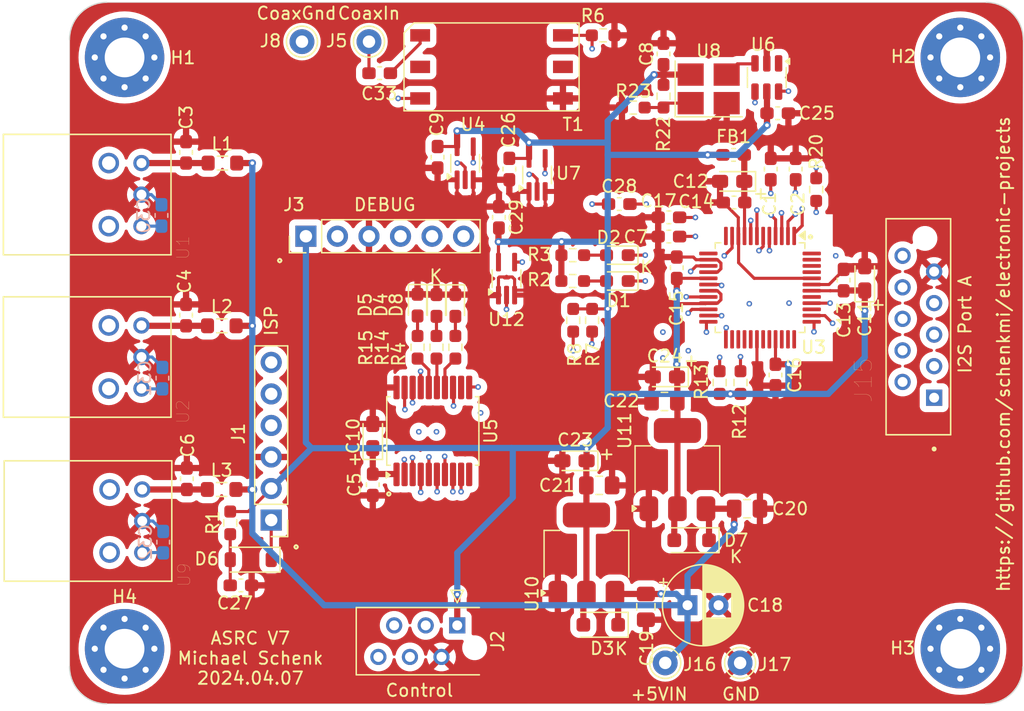
<source format=kicad_pcb>
(kicad_pcb (version 20240108) (generator "pcbnew") (generator_version "8.0")
  (layers (0 "F.Cu" mixed) (1 "In1.Cu" signal) (2 "In2.Cu" signal) (31 "B.Cu" mixed) (34 "B.Paste" user) (35 "F.Paste" user) (36 "B.SilkS" user "B.Silkscreen") (37 "F.SilkS" user "F.Silkscreen") (38 "B.Mask" user) (39 "F.Mask" user) (44 "Edge.Cuts" user))
  (net 0 "")
  (net 1 "Net-(U3A-RX2-)")
  (net 2 "GND")
  (net 3 "+3V3")
  (net 4 "Net-(U3A-RX1-)")
  (net 5 "Net-(U1-VCC)")
  (net 6 "Net-(U2-VCC)")
  (net 7 "Net-(U9-VCC)")
  (net 8 "SCL")
  (net 9 "SDA")
  (net 10 "+1V8")
  (net 11 "Net-(U3A-RX3-)")
  (net 12 "Net-(U3B-VCC)")
  (net 13 "Net-(U3A-RX4-)")
  (net 14 "RESET")
  (net 15 "Net-(D6-A)")
  (net 16 "Net-(U3A-RX4+)")
  (net 17 "BCKA")
  (net 18 "LRCKA")
  (net 19 "SDOUTA")
  (net 20 "MCLK1")
  (net 21 "MCLK3")
  (net 22 "Net-(U1-VOUT)")
  (net 23 "MCLK2")
  (net 24 "Net-(U2-VOUT)")
  (net 25 "Net-(U9-VOUT)")
  (net 26 "RC5")
  (net 27 "Net-(J5-Pin_1)")
  (net 28 "Net-(D1-K)")
  (net 29 "/RA4")
  (net 30 "/RA5")
  (net 31 "Net-(U5-RC1)")
  (net 32 "Net-(U5-RC0)")
  (net 33 "+5V")
  (net 34 "Net-(D1-A)")
  (net 35 "Net-(D2-K)")
  (net 37 "Net-(D2-A)")
  (net 38 "Net-(D4-A)")
  (net 39 "Net-(C28-Pad1)")
  (net 40 "Net-(D5-A)")
  (net 41 "Net-(C33-Pad2)")
  (net 42 "Net-(D6-K)")
  (net 43 "Net-(J1-Pin_5)")
  (net 44 "Net-(J1-Pin_4)")
  (net 46 "RC4{slash}SW")
  (net 47 "RC7{slash}CHB")
  (net 49 "RC6{slash}CHA")
  (net 50 "/RA2")
  (net 51 "Net-(J8-Pin_1)")
  (net 53 "Net-(D8-A)")
  (net 54 "Net-(U3A-CPM)")
  (net 55 "Net-(U3A-*INT)")
  (net 57 "Net-(U3A-MCLK)")
  (net 58 "Net-(U8-Standby)")
  (net 70 "Net-(U3A-RX1+)")
  (net 71 "Net-(U3A-RX2+)")
  (net 74 "Net-(U3A-RX3+)")
  (net 75 "Net-(U6-FIN)")
  (net 81 "Net-(U5-RC2)")
  (footprint "Capacitor_SMD:C_0603_1608Metric_Pad1.08x0.95mm_HandSolder" (layer "F.Cu") (at 165.7096 70.5877 -90)
    (property "Reference" "C1")
    (property "Value" "100nF")
  )
  (footprint "Capacitor_SMD:C_0603_1608Metric_Pad1.08x0.95mm_HandSolder" (layer "F.Cu") (at 118.618 69.2415 -90)
    (property "Reference" "C3")
    (property "Value" "100nF")
  )
  (footprint "Capacitor_SMD:C_0603_1608Metric_Pad1.08x0.95mm_HandSolder" (layer "F.Cu") (at 118.618 82.3479 -90)
    (property "Reference" "C4")
    (property "Value" "100nF")
  )
  (footprint "LED_SMD:LED_0603_1608Metric_Pad1.05x0.95mm_HandSolder" (layer "F.Cu") (at 153.3562 79.6036 180)
    (property "Reference" "D1")
    (property "Value" "LED")
  )
  (footprint "LED_SMD:LED_0603_1608Metric_Pad1.05x0.95mm_HandSolder" (layer "F.Cu") (at 153.3562 77.5208 180)
    (property "Reference" "D2")
    (property "Value" "LED")
  )
  (footprint "Resistor_SMD:R_0603_1608Metric_Pad0.98x0.95mm_HandSolder" (layer "F.Cu") (at 149.7565 79.6036)
    (property "Reference" "R2")
    (property "Value" "330R")
  )
  (footprint "Resistor_SMD:R_0603_1608Metric_Pad0.98x0.95mm_HandSolder" (layer "F.Cu") (at 149.7603 77.5208)
    (property "Reference" "R3")
    (property "Value" "330R")
  )
  (footprint "kicad-snk:PLR135-T10_PLT133-T10W" (layer "F.Cu") (at 112.395 85.725 90)
    (property "Reference" "U2")
    (property "Value" "PLR135-T10")
  )
  (footprint "Capacitor_SMD:C_0603_1608Metric_Pad1.08x0.95mm_HandSolder" (layer "F.Cu") (at 133.6548 96.0109 90)
    (property "Reference" "C5")
    (property "Value" "100nF")
  )
  (footprint "MountingHole:MountingHole_3.2mm_M3_Pad_Via" (layer "F.Cu") (at 113.665 61.595)
    (property "Reference" "H1")
    (property "Value" "MountingHole")
  )
  (footprint "Resistor_SMD:R_0603_1608Metric_Pad0.98x0.95mm_HandSolder" (layer "F.Cu") (at 151.3205 82.764 -90)
    (property "Reference" "R7")
    (property "Value" "4K99")
  )
  (footprint "Resistor_SMD:R_0603_1608Metric_Pad0.98x0.95mm_HandSolder" (layer "F.Cu") (at 149.7965 82.764 -90)
    (property "Reference" "R8")
    (property "Value" "4K99")
  )
  (footprint "Package_SO:SSOP-20_5.3x7.2mm_P0.65mm" (layer "F.Cu") (at 138.4935 91.6795 90)
    (property "Reference" "U5")
    (property "Value" "PIC16F18446-I/SS")
  )
  (footprint "Capacitor_Tantalum_SMD:CP_EIA-2012-12_Kemet-R_Pad1.30x1.05mm_HandSolder" (layer "F.Cu") (at 133.6548 92.0906 90)
    (property "Reference" "C10")
    (property "Value" "10uF")
  )
  (footprint "Capacitor_Tantalum_SMD:CP_EIA-2012-12_Kemet-R_Pad1.30x1.05mm_HandSolder" (layer "F.Cu") (at 173.2788 79.3906 90)
    (property "Reference" "C11")
    (property "Value" "10uF")
  )
  (footprint "Capacitor_Tantalum_SMD:CP_EIA-2012-12_Kemet-R_Pad1.30x1.05mm_HandSolder" (layer "F.Cu") (at 162.601 71.5772 180)
    (property "Reference" "C12")
    (property "Value" "10uF")
  )
  (footprint "Capacitor_SMD:C_0603_1608Metric_Pad1.08x0.95mm_HandSolder" (layer "F.Cu") (at 171.577 79.5285 -90)
    (property "Reference" "C13")
    (property "Value" "100nF")
  )
  (footprint "Capacitor_SMD:C_0603_1608Metric_Pad1.08x0.95mm_HandSolder" (layer "F.Cu") (at 158.1404 78.5357 -90)
    (property "Reference" "C15")
    (property "Value" "100nF")
  )
  (footprint "Connector_PinHeader_2.54mm:PinHeader_1x06_P2.54mm_Vertical" (layer "F.Cu") (at 125.476 98.8568 180)
    (property "Reference" "J1")
    (property "Value" "Conn_01x06_Male")
  )
  (footprint "Resistor_SMD:R_0603_1608Metric_Pad0.98x0.95mm_HandSolder" (layer "F.Cu") (at 163.2712 87.7805 -90)
    (property "Reference" "R12")
    (property "Value" "1k")
  )
  (footprint "Resistor_SMD:R_0603_1608Metric_Pad0.98x0.95mm_HandSolder" (layer "F.Cu") (at 161.5948 87.7805 -90)
    (property "Reference" "R13")
    (property "Value" "4k99")
  )
  (footprint "Crystal:Crystal_SMD_3225-4Pin_3.2x2.5mm_HandSoldering" (layer "F.Cu") (at 160.708 64.128)
    (property "Reference" "U8")
    (property "Value" "24.576MHz")
  )
  (footprint "Capacitor_SMD:C_0603_1608Metric_Pad1.08x0.95mm_HandSolder" (layer "F.Cu") (at 157.0736 61.3167 90)
    (property "Reference" "C8")
    (property "Value" "100nF")
  )
  (footprint "kicad-snk:TE_CONN_RCPT_10POS_0.1_TIN_PCB" (layer "F.Cu") (at 178.8668 89.0016 90)
    (property "Reference" "J15")
    (property "Value" "A")
  )
  (footprint "Resistor_SMD:R_0603_1608Metric_Pad0.98x0.95mm_HandSolder" (layer "F.Cu") (at 169.3672 72.2395 -90)
    (property "Reference" "R20")
    (property "Value" "33R")
  )
  (footprint "Resistor_SMD:R_0603_1608Metric_Pad0.98x0.95mm_HandSolder" (layer "F.Cu") (at 157.0736 64.7173 90)
    (property "Reference" "R22")
    (property "Value" "4K99")
  )
  (footprint "Resistor_SMD:R_0603_1608Metric_Pad0.98x0.95mm_HandSolder" (layer "F.Cu") (at 154.6371 65.6336)
    (property "Reference" "R23")
    (property "Value" "NC")
  )
  (footprint "Capacitor_THT:CP_Radial_D6.3mm_P2.50mm" (layer "F.Cu") (at 159.004 105.7148)
    (property "Reference" "C18")
    (property "Value" "220uF/10V")
  )
  (footprint "Capacitor_SMD:C_0805_2012Metric_Pad1.18x1.45mm_HandSolder" (layer "F.Cu") (at 155.6512 105.8457 -90)
    (property "Reference" "C19")
    (property "Value" "330nF")
  )
  (footprint "Capacitor_SMD:C_0805_2012Metric_Pad1.18x1.45mm_HandSolder" (layer "F.Cu") (at 163.8007 97.9424)
    (property "Reference" "C20")
    (property "Value" "330nF")
  )
  (footprint "Connector_Pin:Pin_D1.0mm_L10.0mm" (layer "F.Cu") (at 157.208996 110.361782)
    (property "Reference" "J16")
    (property "Value" "+5VIN")
  )
  (footprint "Package_TO_SOT_SMD:SOT-223-3_TabPin2" (layer "F.Cu") (at 158.1912 94.7924 90)
    (property "Reference" "U11")
    (property "Value" "TLV1117-18")
  )
  (footprint "Capacitor_SMD:C_0805_2012Metric_Pad1.18x1.45mm_HandSolder" (layer "F.Cu") (at 151.892 96.0628)
    (property "Reference" "C21")
    (property "Value" "100nF")
  )
  (footprint "Capacitor_SMD:C_0805_2012Metric_Pad1.18x1.45mm_HandSolder" (layer "F.Cu") (at 157.1459 89.3064 180)
    (property "Reference" "C22")
    (property "Value" "100nF")
  )
  (footprint "Capacitor_Tantalum_SMD:CP_EIA-2012-12_Kemet-R_Pad1.30x1.05mm_HandSolder" (layer "F.Cu") (at 149.901 94.0816 180)
    (property "Reference" "C23")
    (property "Value" "10uF")
  )
  (footprint "Capacitor_Tantalum_SMD:CP_EIA-2012-12_Kemet-R_Pad1.30x1.05mm_HandSolder" (layer "F.Cu") (at 157.185 87.3252 180)
    (property "Reference" "C24")
    (property "Value" "10uF/6.3V")
  )
  (footprint "Capacitor_SMD:C_0603_1608Metric_Pad1.08x0.95mm_HandSolder" (layer "F.Cu") (at 166.0906 87.1717 90)
    (property "Reference" "C16")
    (property "Value" "100nF")
  )
  (footprint "Package_QFP:TQFP-48_7x7mm_P0.5mm" (layer "F.Cu") (at 164.846 80.137 -90)
    (property "Reference" "U3")
    (property "Value" "SRC4382/SRC4392")
  )
  (footprint "Capacitor_SMD:C_0603_1608Metric_Pad1.08x0.95mm_HandSolder" (layer "F.Cu") (at 167.7162 70.5877 90)
    (property "Reference" "C2")
    (property "Value" "100nF")
  )
  (footprint "kicad-snk:PLR135-T10_PLT133-T10W" (layer "F.Cu") (at 112.395 72.644 90)
    (property "Reference" "U1")
    (property "Value" "PLR135-T10")
  )
  (footprint "MountingHole:MountingHole_3.2mm_M3_Pad_Via" (layer "F.Cu") (at 180.975 109.22)
    (property "Reference" "H3")
    (property "Value" "MountingHole")
  )
  (footprint "MountingHole:MountingHole_3.2mm_M3_Pad_Via" (layer "F.Cu") (at 180.975 61.595)
    (property "Reference" "H2")
    (property "Value" "MountingHole")
  )
  (footprint "Capacitor_SMD:C_0603_1608Metric_Pad1.08x0.95mm_HandSolder" (layer "F.Cu") (at 162.7505 73.279)
    (property "Reference" "C14")
    (property "Value" "100nF")
  )
  (footprint "Capacitor_SMD:C_0603_1608Metric_Pad1.08x0.95mm_HandSolder" (layer "F.Cu") (at 166.2684 66.0908 180)
    (property "Reference" "C25")
    (property "Value" "100nF")
  )
  (footprint "Package_TO_SOT_SMD:SOT-23-6" (layer "F.Cu") (at 165.3896 63.2128 -90)
    (property "Reference" "U6")
    (property "Value" "PL133-37TI-R")
  )
  (footprint "Capacitor_SMD:C_0603_1608Metric_Pad1.08x0.95mm_HandSolder" (layer "F.Cu") (at 138.8745 69.633 -90)
    (property "Reference" "C9")
    (property "Value" "100nF")
  )
  (footprint "Capacitor_SMD:C_0603_1608Metric_Pad1.08x0.95mm_HandSolder" (layer "F.Cu") (at 144.653 70.5855 -90)
    (property "Reference" "C26")
    (property "Value" "100nF")
  )
  (footprint "Package_TO_SOT_SMD:SOT-353_SC-70-5_Handsoldering" (layer "F.Cu") (at 141.097 70.1202 90)
    (property "Reference" "U4")
    (property "Value" "74LVC1G125")
  )
  (footprint "Package_TO_SOT_SMD:SOT-353_SC-70-5_Handsoldering" (layer "F.Cu") (at 146.8905 71.06 90)
    (property "Reference" "U7")
    (property "Value" "74LVC1G125")
  )
  (footprint "LED_SMD:LED_0603_1608Metric_Pad1.05x0.95mm_HandSolder" (layer "F.Cu") (at 138.7856 81.5734 -90)
    (property "Reference" "D4")
    (property "Value" "LED")
  )
  (footprint "LED_SMD:LED_0603_1608Metric_Pad1.05x0.95mm_HandSolder" (layer "F.Cu") (at 137.2616 81.5454 -90)
    (property "Reference" "D5")
    (property "Value" "LED")
  )
  (footprint "Resistor_SMD:R_0603_1608Metric_Pad0.98x0.95mm_HandSolder" (layer "F.Cu") (at 138.7856 84.9395 -90)
    (property "Reference" "R14")
    (property "Value" "330R")
  )
  (footprint "Resistor_SMD:R_0603_1608Metric_Pad0.98x0.95mm_HandSolder" (layer "F.Cu") (at 137.2616 84.9395 -90)
    (property "Reference" "R15")
    (property "Value" "330R")
  )
  (footprint "Capacitor_SMD:C_0603_1608Metric_Pad1.08x0.95mm_HandSolder" (layer "F.Cu") (at 162.7135 69.4436)
    (property "Reference" "FB1")
    (property "Value" "1k@100MHz")
  )
  (footprint "Inductor_SMD:L_0805_2012Metric_Pad1.05x1.20mm_HandSolder" (layer "F.Cu") (at 121.546 70.104)
    (property "Reference" "L1")
    (property "Value" "47uH")
  )
  (footprint "Inductor_SMD:L_0805_2012Metric_Pad1.05x1.20mm_HandSolder" (layer "F.Cu") (at 121.4952 83.2104)
    (property "Reference" "L2")
    (property "Value" "47uH")
  )
  (footprint "Capacitor_SMD:C_0603_1608Metric_Pad1.08x0.95mm_HandSolder" (layer "F.Cu") (at 123.0365 104.1146)
    (property "Reference" "C27")
    (property "Value" "10nF")
  )
  (footprint "Diode_SMD:D_SOD-123" (layer "F.Cu") (at 123.826 102.0445 180)
    (property "Reference" "D6")
    (property "Value" "1N4148W")
  )
  (footprint "Package_TO_SOT_SMD:SOT-223-3_TabPin2" (layer "F.Cu") (at 150.862 101.5996 90)
    (property "Reference" "U10")
    (property "Value" "TLV1117-33")
  )
  (footprint "Capacitor_SMD:C_0603_1608Metric_Pad1.08x0.95mm_HandSolder" (layer "F.Cu") (at 157.5043 76.0222)
    (property "Reference" "C7")
    (property "Value" "100nF")
  )
  (footprint "Capacitor_SMD:C_0603_1608Metric_Pad1.08x0.95mm_HandSolder" (layer "F.Cu") (at 157.5065 74.4728)
    (property "Reference" "C17")
    (property "Value" "100nF")
  )
  (footprint "Capacitor_SMD:C_0603_1608Metric_Pad1.08x0.95mm_HandSolder" (layer "F.Cu") (at 153.506 73.406)
    (property "Reference" "C28")
    (property "Value" "100nF")
  )
  (footprint "Connector_Pin:Pin_D1.0mm_L10.0mm" (layer "F.Cu") (at 133.35 60.325)
    (property "Reference" "J5")
    (property "Value" "COAXIN")
  )
  (footprint "Connector_Pin:Pin_D1.0mm_L10.0mm" (layer "F.Cu") (at 127.9525 60.325)
    (property "Reference" "J8")
    (property "Value" "COAXGND")
  )
  (footprint "Resistor_SMD:R_0603_1608Metric_Pad0.98x0.95mm_HandSolder" (layer "F.Cu") (at 152.2095 59.817 180)
    (property "Reference" "R6")
    (property "Value" "75R")
  )
  (footprint "Capacitor_SMD:C_0603_1608Metric_Pad1.08x0.95mm_HandSolder" (layer "F.Cu") (at 118.6815 95.5305 -90)
    (property "Reference" "C6")
    (property "Value" "100nF")
  )
  (footprint "Capacitor_SMD:C_0603_1608Metric_Pad1.08x0.95mm_HandSolder" (layer "F.Cu") (at 143.8148 74.4739 90)
    (property "Reference" "C29")
    (property "Value" "100nF")
  )
  (footprint "Inductor_SMD:L_0805_2012Metric_Pad1.05x1.20mm_HandSolder" (layer "F.Cu") (at 121.4825 96.393)
    (property "Reference" "L3")
    (property "Value" "47uH")
  )
  (footprint "kicad-snk:PLR135-T10_PLT133-T10W" (layer "F.Cu") (at 112.4585 98.933 90)
    (property "Reference" "U9")
    (property "Value" "PLR135-T10")
  )
  (footprint "Package_TO_SOT_SMD:SOT-353_SC-70-5_Handsoldering" (layer "F.Cu") (at 144.428001 79.4096 90)
    (property "Reference" "U12")
    (property "Value" "74LVC1G125")
  )
  (footprint "Resistor_SMD:R_0603_1608Metric_Pad0.98x0.95mm_HandSolder" (layer "F.Cu") (at 122.174 99.0835 -90)
    (property "Reference" "R1")
    (property "Value" "4k99")
  )
  (footprint "Connector_Pin:Pin_D1.0mm_L10.0mm" (layer "F.Cu") (at 163.241496 110.361782)
    (property "Reference" "J17")
    (property "Value" "GND")
  )
  (footprint "MountingHole:MountingHole_3.2mm_M3_Pad_Via" (layer "F.Cu") (at 113.665 109.22)
    (property "Reference" "H4")
    (property "Value" "MountingHole")
  )
  (footprint "kicad-snk:DA100J" (layer "F.Cu") (at 143.221 62.357 -90)
    (property "Reference" "T1")
    (property "Value" "Murata_DA103")
  )
  (footprint "Capacitor_SMD:C_0603_1608Metric_Pad1.08x0.95mm_HandSolder" (layer "F.Cu") (at 134.2125 62.865)
    (property "Reference" "C33")
    (property "Value" "100nF")
  )
  (footprint "LED_SMD:LED_0603_1608Metric_Pad1.05x0.95mm_HandSolder" (layer "F.Cu") (at 140.3096 81.5734 -90)
    (property "Reference" "D8")
    (property "Value" "LED")
  )
  (footprint "Diode_SMD:D_SOD-123F" (layer "F.Cu") (at 159.3372 100.4824 180)
    (property "Reference" "D7")
    (property "Value" "SM4002PL-TP")
  )
  (footprint "Connector_PinHeader_2.54mm:PinHeader_1x06_P2.54mm_Vertical" (layer "F.Cu") (at 128.27 75.9968 90)
    (property "Reference" "J3")
    (property "Value" "Conn_01x06_Male")
  )
  (footprint "Connector_TE-Connectivity:TE_Micro-MaTch_215079-6_2x03_P1.27mm_Vertical" (layer "F.Cu") (at 140.458476 107.3404 -90)
    (property "Reference" "J2")
    (property "Value" "TE MicroMatch")
  )
  (footprint "Resistor_SMD:R_0603_1608Metric_Pad0.98x0.95mm_HandSolder" (layer "F.Cu") (at 140.3096 84.9395 -90)
    (property "Reference" "R4")
    (property "Value" "330R")
  )
  (footprint "Diode_SMD:D_SOD-123F" (layer "F.Cu") (at 152.016 107.2896 180)
    (property "Reference" "D3")
    (property "Value" "SM4002PL-TP")
  )
  (footprint "Capacitor_SMD:C_0603_1608Metric_Pad1.08x0.95mm_HandSolder" (layer "B.Cu") (at 116.6368 74.3215 -90)
    (property "Reference" "C30")
    (property "Value" "30pF")
  )
  (footprint "Capacitor_SMD:C_0603_1608Metric_Pad1.08x0.95mm_HandSolder" (layer "B.Cu") (at 116.713 87.4279 -90)
    (property "Reference" "C31")
    (property "Value" "30pF")
  )
  (footprint "Capacitor_SMD:C_0603_1608Metric_Pad1.08x0.95mm_HandSolder" (layer "B.Cu") (at 116.7765 100.6359 -90)
    (property "Reference" "C32")
    (property "Value" "30pF")
  )
  (gr_line (start 109.23033 110.65467) (end 109.230326 60.160326) (stroke (width 0.05)) (layer "Edge.Cuts"))
  (gr_line (start 183.007 113.665) (end 112.23033 113.65467) (stroke (width 0.05)) (layer "Edge.Cuts"))
  (gr_line (start 186.04468 60.16032) (end 186.007 110.665) (stroke (width 0.05)) (layer "Edge.Cuts"))
  (gr_line (start 112.230326 57.160326) (end 183.04468 57.16032) (stroke (width 0.05)) (layer "Edge.Cuts"))
  (gr_arc (start 183.04468 57.16032) (mid 185.166006 58.038994) (end 186.04468 60.16032) (stroke (width 0.1)) (layer "Edge.Cuts"))
  (gr_arc (start 186.007 110.665) (mid 185.128326 112.786326) (end 183.007 113.665) (stroke (width 0.1)) (layer "Edge.Cuts"))
  (gr_arc (start 112.23033 113.65467) (mid 110.109004 112.775996) (end 109.23033 110.65467) (stroke (width 0.1)) (layer "Edge.Cuts"))
  (gr_arc (start 109.230326 60.160326) (mid 110.109 58.039) (end 112.230326 57.160326) (stroke (width 0.1)) (layer "Edge.Cuts"))
  (gr_text "I2S Port A" (at 181.356 83.1088 90) (layer "F.SilkS") (effects (font (size 1 1))))
  (gr_text "°" (at 168.91 76.454 0) (layer "F.SilkS") (effects (font (size 1 1))))
  (gr_text "K" (at 155.702 78.486 0) (layer "F.SilkS") (effects (font (size 1 1))))
  (gr_text "K" (at 138.7348 79.1972 0) (layer "F.SilkS") (effects (font (size 1 1))))
  (gr_text "Control" (at 137.414 112.5728 0) (layer "F.SilkS") (effects (font (size 1 1))))
  (gr_text "CoaxGnd" (at 127.508 58.039 0) (layer "F.SilkS") (effects (font (size 1 1))))
  (gr_text "CoaxIn" (at 133.35 58.039 0) (layer "F.SilkS") (effects (font (size 1 1))))
  (gr_text "+5VIN" (at 156.718 112.876572 0) (layer "F.SilkS") (effects (font (size 1 1))))
  (gr_text "ISP" (at 125.476 82.804 90) (layer "F.SilkS") (effects (font (size 1 1))))
  (gr_text "°" (at 134.4676 97.7392 0) (layer "F.SilkS") (effects (font (size 1 1)) (justify left bottom)))
  (gr_text "ASRC V7\nMichael Schenk\n2024.04.07" (at 123.7996 109.982 0) (layer "F.SilkS") (effects (font (size 1 1))))
  (gr_text "https://github.com/schenkmi/electronic-projects" (at 184.4548 85.4964 90) (layer "F.SilkS") (effects (font (size 1 1))))
  (gr_text "DEBUG" (at 134.62 73.4568 0) (layer "F.SilkS") (effects (font (size 1 1))))
  (gr_text "°" (at 127 102.0064 0) (layer "F.SilkS") (effects (font (size 1 1)) (justify left bottom)))
  (gr_text "+" (at 158.5976 86.5632 0) (layer "F.SilkS") (effects (font (size 1 1)) (justify left bottom)))
  (gr_text "+" (at 164.1856 73.1012 0) (layer "F.SilkS") (effects (font (size 1 1)) (justify left bottom)))
  (gr_text "K" (at 162.9156 101.8032 0) (layer "F.SilkS") (effects (font (size 1 1))))
  (gr_text "+" (at 173.6344 82.042 0) (layer "F.SilkS") (effects (font (size 1 1)) (justify left bottom)))
  (gr_text "K" (at 153.67 109.22 0) (layer "F.SilkS") (effects (font (size 1 1))))
  (gr_text "+" (at 131.5212 94.488 0) (layer "F.SilkS") (effects (font (size 1 1)) (justify left bottom)))
  (gr_text "GND" (at 163.322 112.876572 0) (layer "F.SilkS") (effects (font (size 1 1))))
  (gr_text "+" (at 151.786 94.0816 0) (layer "F.SilkS") (effects (font (size 1 1)) (justify left bottom)))
  (gr_text "°" (at 125.6792 78.9432 0) (layer "F.SilkS") (effects (font (size 1 1)) (justify left bottom)))
  (segment (start 166.096 75.787) (end 166.096 74.656) (width 0.25) (layer "F.Cu") (net 1))
  (segment (start 165.7096 72.5424) (end 165.7096 71.4502) (width 0.25) (layer "F.Cu") (net 1))
  (segment (start 166.096 74.656) (end 165.735 74.295) (width 0.25) (layer "F.Cu") (net 1))
  (via (at 165.735 74.295) (size 0.45) (drill 0.225) (layers "F.Cu" "B.Cu") (net 1))
  (via (at 165.7096 72.5424) (size 0.45) (drill 0.225) (layers "F.Cu" "B.Cu") (net 1))
  (segment (start 145.078001 79.466999) (end 144.888002 79.277) (width 0.25) (layer "F.Cu") (net 2))
  (segment (start 162.158 65.68) (end 159.8168 68.0212) (width 0.5) (layer "F.Cu") (net 2))
  (segment (start 160.6835 78.887) (end 161.420999 78.887) (width 0.25) (layer "F.Cu") (net 2))
  (segment (start 165.3896 59.5528) (end 165.4048 59.5376) (width 0.5) (layer "F.Cu") (net 2))
  (segment (start 161.888 73.279) (end 160.3502 73.279) (width 0.5) (layer "F.Cu") (net 2))
  (segment (start 161.696 78.164946) (end 161.418054 77.887) (width 0.25) (layer "F.Cu") (net 2))
  (segment (start 142.4756 80.7396) (end 142.4432 80.772) (width 0.5) (layer "F.Cu") (net 2))
  (segment (start 173.2788 78.4156) (end 173.2788 76.454) (width 0.5) (layer "F.Cu") (net 2))
  (segment (start 161.626 73.017) (end 161.888 73.279) (width 0.5) (layer "F.Cu") (net 2))
  (segment (start 140.447 71.4502) (end 140.447 72.4502) (width 0.25) (layer "F.Cu") (net 2))
  (segment (start 156.9124 81.4236) (end 156.8704 81.3816) (width 0.25) (layer "F.Cu") (net 2))
  (segment (start 161.418054 77.887) (end 160.6835 77.887) (width 0.25) (layer "F.Cu") (net 2))
  (segment (start 147.5405 72.39) (end 147.5405 74.0491) (width 0.25) (layer "F.Cu") (net 2))
  (segment (start 173.2788 76.454) (end 172.72 75.8952) (width 0.5) (layer "F.Cu") (net 2))
  (segment (start 160.4594 81.4236) (end 156.9124 81.4236) (width 0.25) (layer "F.Cu") (net 2))
  (segment (start 145.089802 80.3402) (end 145.078001 80.352001) (width 0.25) (layer "F.Cu") (net 2))
  (segment (start 159.470199 77.6732) (end 158.1404 77.6732) (width 0.25) (layer "F.Cu") (net 2))
  (segment (start 170.400802 79.887) (end 171.577 78.710802) (width 0.25) (layer "F.Cu") (net 2))
  (segment (start 161.696 81.111999) (end 161.696 80.664946) (width 0.25) (layer "F.Cu") (net 2))
  (segment (start 140.447 72.4502) (end 141.1488 73.152) (width 0.25) (layer "F.Cu") (net 2))
  (segment (start 141.1488 73.152) (end 141.7574 73.152) (width 0.25) (layer "F.Cu") (net 2))
  (segment (start 146.2405 72.39) (end 146.2405 73.39) (width 0.25) (layer "F.Cu") (net 2))
  (segment (start 173.2788 78.4156) (end 171.8274 78.4156) (width 0.5) (layer "F.Cu") (net 2))
  (segment (start 163.1188 75.8098) (end 163.096 75.787) (width 0.25) (layer "F.Cu") (net 2))
  (segment (start 141.747 73.1416) (end 141.7574 73.152) (width 0.25) (layer "F.Cu") (net 2))
  (segment (start 160.496 81.387) (end 160.484399 81.398601) (width 0.25) (layer "F.Cu") (net 2))
  (segment (start 165.3896 62.1128) (end 165.3896 59.5528) (width 0.5) (layer "F.Cu") (net 2))
  (segment (start 159.683999 77.887) (end 159.470199 77.6732) (width 0.25) (layer "F.Cu") (net 2))
  (segment (start 164.596 87.372) (end 164.5666 87.4014) (width 0.25) (layer "F.Cu") (net 2))
  (segment (start 164.3754 79.387) (end 163.1188 78.1304) (width 0.25) (layer "F.Cu") (net 2))
  (segment (start 160.496 81.387) (end 160.4594 81.4236) (width 0.25) (layer "F.Cu") (net 2))
  (segment (start 159.512 71.5772) (end 159.2072 71.2724) (width 0.5) (layer "F.Cu") (net 2))
  (segment (start 146.2405 73.39) (end 146.9042 74.0537) (width 0.25) (layer "F.Cu") (net 2))
  (segment (start 171.577 78.710802) (end 171.577 78.666) (width 0.25) (layer "F.Cu") (net 2))
  (segment (start 161.626 71.5772) (end 159.512 71.5772) (width 0.5) (layer "F.Cu") (net 2))
  (segment (start 147.5405 74.0491) (end 147.5359 74.0537) (width 0.25) (layer "F.Cu") (net 2))
  (segment (start 161.418054 80.387) (end 160.6835 80.387) (width 0.25) (layer "F.Cu") (net 2))
  (segment (start 160.496 81.387) (end 160.466232 81.416768) (width 0.25) (layer "F.Cu") (net 2))
  (segment (start 160.6835 77.887) (end 159.683999 77.887) (width 0.25) (layer "F.Cu") (net 2))
  (segment (start 161.420999 81.387) (end 161.696 81.111999) (width 0.25) (layer "F.Cu") (net 2))
  (segment (start 169.196 79.887) (end 170.400802 79.887) (width 0.25) (layer "F.Cu") (net 2))
  (segment (start 143.853002 79.277) (end 143.778001 79.352001) (width 0.25) (layer "F.Cu") (net 2))
  (segment (start 158.3542 77.887) (end 158.1404 77.6732) (width 0.25) (layer "F.Cu") (net 2))
  (segment (start 161.1938 78.887) (end 161.356002 78.887) (width 0.25) (layer "F.Cu") (net 2))
  (segment (start 163.096 75.787) (end 163.096 74.487) (width 0.25) (layer "F.Cu") (net 2))
  (segment (start 146.9042 74.0537) (end 147.5359 74.0537) (width 0.25) (layer "F.Cu") (net 2))
  (segment (start 143.778001 80.7396) (end 142.4756 80.7396) (width 0.5) (layer "F.Cu") (net 2))
  (segment (start 144.888002 79.277) (end 143.853002 79.277) (width 0.25) (layer "F.Cu") (net 2))
  (segment (start 143.778001 79.352001) (end 143.778001 80.352001) (width 0.25) (layer "F.Cu") (net 2))
  (segment (start 160.3502 73.279) (end 159.6644 72.5932) (width 0.5) (layer "F.Cu") (net 2))
  (segment (start 169.196 79.387) (end 164.3754 79.387) (width 0.25) (layer "F.Cu") (net 2))
  (segment (start 171.8274 78.4156) (end 171.577 78.666) (width 0.5) (layer "F.Cu") (net 2))
  (segment (start 161.696 78.611999) (end 161.696 78.164946) (width 0.25) (layer "F.Cu") (net 2))
  (segment (start 163.096 74.487) (end 161.888 73.279) (width 0.25) (layer "F.Cu") (net 2))
  (segment (start 161.696 80.664946) (end 161.418054 80.387) (width 0.25) (layer "F.Cu") (net 2))
  (segment (start 162.158 65.278) (end 162.158 65.68) (width 0.5) (layer "F.Cu") (net 2))
  (segment (start 163.1188 78.1304) (end 163.1188 75.8098) (width 0.25) (layer "F.Cu") (net 2))
  (segment (start 146.685 80.3402) (end 145.089802 80.3402) (width 0.25) (layer "F.Cu") (net 2))
  (segment (start 164.596 84.487) (end 164.596 87.372) (width 0.25) (layer "F.Cu") (net 2))
  (segment (start 160.6835 81.387) (end 161.420999 81.387) (width 0.25) (layer "F.Cu") (net 2))
  (segment (start 161.626 71.5772) (end 161.626 73.017) (width 0.5) (layer "F.Cu") (net 2))
  (segment (start 141.747 71.4502) (end 141.747 73.1416) (width 0.25) (layer "F.Cu") (net 2))
  (segment (start 145.078001 80.352001) (end 145.078001 79.466999) (width 0.25) (layer "F.Cu") (net 2))
  (segment (start 161.420999 78.887) (end 161.696 78.611999) (width 0.25) (layer "F.Cu") (net 2))
  (segment (start 115.025 85.725) (end 115.8726 85.725) (width 0.25) (layer "B.Cu") (net 2))
  (segment (start 115.8726 85.725) (end 116.713 86.5654) (width 0.25) (layer "B.Cu") (net 2))
  (segment (start 115.9361 98.933) (end 116.7765 99.7734) (width 0.25) (layer "B.Cu") (net 2))
  (segment (start 115.8218 72.644) (end 116.6368 73.459) (width 0.25) (layer "B.Cu") (net 2))
  (segment (start 115.0885 98.933) (end 115.9361 98.933) (width 0.25) (layer "B.Cu") (net 2))
  (segment (start 115.025 72.644) (end 115.8218 72.644) (width 0.25) (layer "B.Cu") (net 2))
  (segment (start 115.369 72.988) (end 115.025 72.644) (width 0.25) (layer "B.Cu") (net 2))
  (segment (start 170.5015 80.387) (end 170.5142 80.387) (width 0.25) (layer "F.Cu") (net 3))
  (segment (start 170.5142 80.387) (end 171.573 80.387) (width 0.25) (layer "F.Cu") (net 3))
  (segment (start 165.4059 66.0908) (end 165.4059 64.3666) (width 0.5) (layer "F.Cu") (net 3))
  (segment (start 165.4059 64.3291) (end 165.3896 64.3128) (width 0.5) (layer "F.Cu") (net 3))
  (segment (start 148.8478 76.4502) (end 148.858001 76.439999) (width 0.5) (layer "F.Cu") (net 3))
  (segment (start 151.3205 81.8515) (end 152.5675 81.8515) (width 0.25) (layer "F.Cu") (net 3))
  (segment (start 157.0736 62.992) (end 157.0736 63.8048) (width 0.5) (layer "F.Cu") (net 3))
  (segment (start 123.6218 98.171) (end 122.174 98.171) (width 0.25) (layer "F.Cu") (net 3))
  (segment (start 140.447 67.5155) (end 140.447 68.7902) (width 0.5) (layer "F.Cu") (net 3))
  (segment (start 146.2405 68.453) (end 146.2405 69.73) (width 0.5) (layer "F.Cu") (net 3))
  (segment (start 133.6548 95.1484) (end 135.4874 95.1484) (width 0.5) (layer "F.Cu") (net 3))
  (segment (start 171.6024 80.3656) (end 171.577 80.391) (width 0.5) (layer "F.Cu") (net 3))
  (segment (start 150.862 96.0703) (end 150.8545 96.0628) (width 0.5) (layer "F.Cu") (net 3))
  (segment (start 150.616 107.2896) (end 150.616 104.9956) (width 0.5) (layer "F.Cu") (net 3))
  (segment (start 157.0736 62.992) (end 156.3116 62.992) (width 0.5) (layer "F.Cu") (net 3))
  (segment (start 150.876 94.0816) (end 150.876 93.1164) (width 0.5) (layer "F.Cu") (net 3))
  (segment (start 134.6708 93.0656) (end 133.6548 93.0656) (width 0.5) (layer "F.Cu") (net 3))
  (segment (start 148.844 77.5246) (end 148.8478 77.5208) (width 0.5) (layer "F.Cu") (net 3))
  (segment (start 133.6548 95.1484) (end 133.6548 93.0656) (width 0.5) (layer "F.Cu") (net 3))
  (segment (start 140.4273 68.7705) (end 140.447 68.7902) (width 0.25) (layer "F.Cu") (net 3))
  (segment (start 157.0736 62.1792) (end 157.0736 62.992) (width 0.5) (layer "F.Cu") (net 3))
  (segment (start 143.778001 77.692001) (end 143.778001 76.439999) (width 0.25) (layer "F.Cu") (net 3))
  (segment (start 166.0906 86.3092) (end 166.0906 84.4924) (width 0.25) (layer "F.Cu") (net 3))
  (segment (start 149.7965 81.8515) (end 151.3205 81.8515) (width 0.25) (layer "F.Cu") (net 3))
  (segment (start 166.0906 84.4924) (end 166.096 84.487) (width 0.25) (layer "F.Cu") (net 3))
  (segment (start 166.0906 86.3092) (end 167.132 86.3092) (width 0.5) (layer "F.Cu") (net 3))
  (segment (start 140.44 68.7832) (end 140.447 68.7902) (width 0.25) (layer "F.Cu") (net 3))
  (segment (start 162.4622 88.693) (end 162.4584 88.6968) (width 0.5) (layer "F.Cu") (net 3))
  (segment (start 150.862 98.4496) (end 150.862 96.0703) (width 0.5) (layer "F.Cu") (net 3))
  (segment (start 150.8545 94.1031) (end 150.876 94.0816) (width 0.5) (layer "F.Cu") (net 3))
  (segment (start 171.573 80.387) (end 171.577 80.391) (width 0.25) (layer "F.Cu") (net 3))
  (segment (start 161.851 69.4436) (end 160.6296 69.4436) (width 0.5) (layer "F.Cu") (net 3))
  (segment (start 150.8545 96.0628) (end 150.8545 94.1031) (width 0.5) (layer "F.Cu") (net 3))
  (segment (start 150.862 104.7496) (end 150.862 98.4496) (width 0.5) (layer "F.Cu") (net 3))
  (segment (start 135.4874 95.1484) (end 135.5185 95.1795) (width 0.5) (layer "F.Cu") (net 3))
  (segment (start 150.616 104.9956) (end 150.862 104.7496) (width 0.5) (layer "F.Cu") (net 3))
  (segment (start 157.0876 62.978) (end 157.0736 62.992) (width 0.5) (layer "F.Cu") (net 3))
  (segment (start 165.4059 64.3666) (end 165.3896 64.3503) (width 0.5) (layer "F.Cu") (net 3))
  (segment (start 173.2788 80.3656) (end 171.6024 80.3656) (width 0.5) (layer "F.Cu") (net 3))
  (segment (start 169.196 80.387) (end 170.5015 80.387) (width 0.25) (layer "F.Cu") (net 3))
  (segment (start 143.778001 75.373199) (end 143.8148 75.3364) (width 0.5) (layer "F.Cu") (net 3))
  (segment (start 159.258 62.978) (end 157.0876 62.978) (width 0.5) (layer "F.Cu") (net 3))
  (segment (start 173.2788 82.0066) (end 173.2788 80.3656) (width 0.5) (layer "F.Cu") (net 3))
  (segment (start 165.4059 66.0908) (end 165.4059 67.0549) (width 0.5) (layer "F.Cu") (net 3))
  (segment (start 162.4546 88.693) (end 161.5948 88.693) (width 0.5) (layer "F.Cu") (net 3))
  (segment (start 148.844 79.6036) (end 148.844 77.5246) (width 0.5) (layer "F.Cu") (net 3))
  (segment (start 140.458476 104.854724) (end 140.462 104.8512) (width 0.5) (layer "F.Cu") (net 3))
  (segment (start 165.4059 67.0549) (end 165.4048 67.056) (width 0.5) (layer "F.Cu") (net 3))
  (segment (start 138.8745 68.7705) (end 140.4273 68.7705) (width 0.25) (layer "F.Cu") (net 3))
  (segment (start 162.4584 88.6968) (end 162.4546 88.693) (width 0.5) (layer "F.Cu") (net 3))
  (segment (start 125.476 96.3168) (end 123.6218 98.171) (width 0.25) (layer "F.Cu") (net 3))
  (segment (start 163.2712 88.693) (end 162.4622 88.693) (width 0.5) (layer "F.Cu") (net 3))
  (segment (start 152.5675 81.8515) (end 152.579 81.84) (width 0.25) (layer "F.Cu") (net 3))
  (segment (start 144.66 69.73) (end 144.653 69.723) (width 0.25) (layer "F.Cu") (net 3))
  (segment (start 140.458476 107.3404) (end 140.458476 104.854724) (width 0.5) (layer "F.Cu") (net 3))
  (segment (start 146.2405 69.73) (end 144.66 69.73) (width 0.25) (layer "F.Cu") (net 3))
  (segment (start 143.778001 76.439999) (end 143.778001 75.373199) (width 0.5) (layer "F.Cu") (net 3))
  (segment (start 148.8478 77.5208) (end 148.8478 76.4502) (width 0.5) (layer "F.Cu") (net 3))
  (via (at 173.2788 82.0066) (size 0.6) (drill 0.3) (layers "F.Cu" "B.Cu") (net 3))
  (via (at 134.6708 93.0656) (size 0.6) (drill 0.3) (layers "F.Cu" "B.Cu") (net 3))
  (via (at 156.3116 62.992) (size 0.6) (drill 0.3) (layers "F.Cu" "B.Cu") (net 3))
  (via (at 152.579 81.84) (size 0.6) (drill 0.3) (layers "F.Cu" "B.Cu") (net 3))
  (via (at 150.876 93.1164) (size 0.6) (drill 0.3) (layers "F.Cu" "B.Cu") (net 3))
  (via (at 146.2405 68.453) (size 0.6) (drill 0.3) (layers "F.Cu" "B.Cu") (net 3))
  (via (at 167.132 86.3092) (size 0.6) (drill 0.3) (layers "F.Cu" "B.Cu") (net 3))
  (via (at 160.6296 69.4436) (size 0.6) (drill 0.3) (layers "F.Cu" "B.Cu") (net 3))
  (via (at 140.447 67.5155) (size 0.6) (drill 0.3) (layers "F.Cu" "B.Cu") (net 3))
  (via (at 165.4048 67.056) (size 0.6) (drill 0.3) (layers "F.Cu" "B.Cu") (net 3))
  (via (at 148.858001 76.439999) (size 0.6) (drill 0.3) (layers "F.Cu" "B.Cu") (net 3))
  (via (at 162.4584 88.6968) (size 0.6) (drill 0.3) (layers "F.Cu" "B.Cu") (net 3))
  (via (at 140.462 104.8512) (size 0.6) (drill 0.3) (layers "F.Cu" "B.Cu") (net 3))
  (via (at 143.778001 76.439999) (size 0.6) (drill 0.3) (layers "F.Cu" "B.Cu") (net 3))
  (segment (start 162.4584 88.6968) (end 167.132 88.6968) (width 0.5) (layer "B.Cu") (net 3))
  (segment (start 128.27 92.6084) (end 128.7272 93.0656) (width 0.5) (layer "B.Cu") (net 3))
  (segment (start 163.0172 69.4436) (end 160.6296 69.4436) (width 0.5) (layer "B.Cu") (net 3))
  (segment (start 150.876 93.1164) (end 152.579 91.4134) (width 0.5) (layer "B.Cu") (net 3))
  (segment (start 152.504 68.453) (end 152.579 68.528) (width 0.5) (layer "B.Cu") (net 3))
  (segment (start 140.447 67.5155) (end 145.303 67.5155) (width 0.5) (layer "B.Cu") (net 3))
  (segment (start 156.3116 62.992) (end 152.579 66.7246) (width 0.5) (layer "B.Cu") (net 3))
  (segment (start 134.6854 93.051) (end 134.6708 93.0656) (width 0.5) (layer "B.Cu") (net 3))
  (segment (start 144.8308 93.051) (end 134.6854 93.051) (width 0.5) (layer "B.Cu") (net 3))
  (segment (start 152.579 66.7246) (end 152.579 68.528) (width 0.5) (layer "B.Cu") (net 3))
  (segment (start 134.6708 93.0656) (end 128.7272 93.0656) (width 0.5) (layer "B.Cu") (net 3))
  (segment (start 140.462 101.4984) (end 144.9324 97.028) (width 0.5) (layer "B.Cu") (net 3))
  (segment (start 144.9324 93.1526) (end 144.8308 93.051) (width 0.5) (layer "B.Cu") (net 3))
  (segment (start 152.579 76.506) (end 152.579 69.4436) (width 0.5) (layer "B.Cu") (net 3))
  (segment (start 167.132 88.6968) (end 170.3324 88.6968) (width 0.5) (layer "B.Cu") (net 3))
  (segment (start 152.579 91.4134) (end 152.579 88.6345) (width 0.5) (layer "B.Cu") (net 3))
  (segment (start 128.27 75.9968) (end 128.27 92.6084) (width 0.5) (layer "B.Cu") (net 3))
  (segment (start 145.303 67.5155) (end 146.2405 68.453) (width 0.5) (layer "B.Cu") (net 3))
  (segment (start 152.579 69.4436) (end 152.579 68.528) (width 0.5) (layer "B.Cu") (net 3))
  (segment (start 162.4584 88.6968) (end 152.6413 88.6968) (width 0.5) (layer "B.Cu") (net 3))
  (segment (start 150.8106 93.051) (end 144.8308 93.051) (width 0.5) (layer "B.Cu") (net 3))
  (segment (start 152.6375 88.693) (end 152.579 88.6345) (width 0.25) (layer "B.Cu") (net 3))
  (segment (start 165.4048 67.056) (end 163.0172 69.4436) (width 0.5) (layer "B.Cu") (net 3))
  (segment (start 150.876 93.1164) (end 150.8106 93.051) (width 0.5) (layer "B.Cu") (net 3))
  (segment (start 152.579 88.6345) (end 152.579 81.84) (width 0.5) (layer "B.Cu") (net 3))
  (segment (start 152.512999 76.439999) (end 152.579 76.506) (width 0.5) (layer "B.Cu") (net 3))
  (segment (start 152.579 81.84) (end 152.579 76.506) (width 0.5) (layer "B.Cu") (net 3))
  (segment (start 152.6413 88.6968) (end 152.579 88.6345) (width 0.5) (layer "B.Cu") (net 3))
  (segment (start 173.2788 85.7504) (end 173.2788 82.0066) (width 0.5) (layer "B.Cu") (net 3))
  (segment (start 160.6296 69.4436) (end 152.579 69.4436) (width 0.5) (layer "B.Cu") (net 3))
  (segment (start 140.462 104.8512) (end 140.462 101.4984) (width 0.5) (layer "B.Cu") (net 3))
  (segment (start 148.858001 76.439999) (end 152.512999 76.439999) (width 0.5) (layer "B.Cu") (net 3))
  (segment (start 144.9324 97.028) (end 144.9324 93.1526) (width 0.5) (layer "B.Cu") (net 3))
  (segment (start 167.132 86.3092) (end 167.132 88.6968) (width 0.5) (layer "B.Cu") (net 3))
  (segment (start 170.3324 88.6968) (end 173.2788 85.7504) (width 0.5) (layer "B.Cu") (net 3))
  (segment (start 143.778001 76.439999) (end 148.858001 76.439999) (width 0.5) (layer "B.Cu") (net 3))
  (segment (start 128.7272 93.0656) (end 125.476 96.3168) (width 0.5) (layer "B.Cu") (net 3))
  (segment (start 146.2405 68.453) (end 152.504 68.453) (width 0.5) (layer "B.Cu") (net 3))
  (segment (start 167.096 74.934736) (end 167.096 74.8136) (width 0.25) (layer "F.Cu") (net 4))
  (segment (start 167.096 75.787) (end 167.096 74.934736) (width 0.25) (layer "F.Cu") (net 4))
  (segment (start 167.6908 71.4756) (end 167.7162 71.4502) (width 0.25) (layer "F.Cu") (net 4))
  (segment (start 167.6908 72.4916) (end 167.6908 71.4756) (width 0.25) (layer "F.Cu") (net 4))
  (segment (start 167.096 74.8136) (end 167.6908 74.2188) (width 0.25) (layer "F.Cu") (net 4))
  (via (at 167.6908 74.2188) (size 0.45) (drill 0.225) (layers "F.Cu" "B.Cu") (net 4))
  (via (at 167.6908 72.4916) (size 0.45) (drill 0.225) (layers "F.Cu" "B.Cu") (net 4))
  (segment (start 120.396 70.104) (end 118.618 70.104) (width 0.5) (layer "F.Cu") (net 5))
  (segment (start 118.618 70.104) (end 115.025 70.104) (width 0.5) (layer "F.Cu") (net 5))
  (segment (start 118.618 83.2104) (end 115.0504 83.2104) (width 0.5) (layer "F.Cu") (net 6))
  (segment (start 120.3452 83.2104) (end 118.618 83.2104) (width 0.5) (layer "F.Cu") (net 6))
  (segment (start 115.0504 83.2104) (end 115.025 83.185) (width 0.5) (layer "F.Cu") (net 6))
  (segment (start 120.3325 96.393) (end 118.6815 96.393) (width 0.5) (layer "F.Cu") (net 7))
  (segment (start 118.6815 96.393) (end 115.0885 96.393) (width 0.5) (layer "F.Cu") (net 7))
  (segment (start 151.3205 83.6765) (end 151.3205 84.6455) (width 0.25) (layer "F.Cu") (net 8))
  (segment (start 142.1384 88.138) (end 141.46 88.138) (width 0.25) (layer "F.Cu") (net 8))
  (segment (start 158.9158 80.887) (end 158.9024 80.8736) (width 0.25) (layer "F.Cu") (net 8))
  (segment (start 141.46 88.138) (end 141.4185 88.1795) (width 0.25) (layer "F.Cu") (net 8))
  (segment (start 160.496 80.887) (end 158.9158 80.887) (width 0.25) (layer "F.Cu") (net 8))
  (segment (start 151.3205 84.6455) (end 151.299 84.667) (width 0.25) (layer "F.Cu") (net 8))
  (via (at 151.299 84.667) (size 0.45) (drill 0.225) (layers "F.Cu" "B.Cu") (net 8))
  (via (at 158.9024 80.8736) (size 0.45) (drill 0.225) (layers "F.Cu" "B.Cu") (net 8))
  (via (at 142.1384 88.138) (size 0.45) (drill 0.225) (layers "F.Cu" "B.Cu") (net 8))
  (segment (start 160.496 81.887) (end 159.3622 81.887) (width 0.25) (layer "F.Cu") (net 9))
  (segment (start 149.7965 85.217) (end 149.796499 85.217001) (width 0.25) (layer "F.Cu") (net 9))
  (segment (start 149.7965 83.6765) (end 149.7965 85.217) (width 0.25) (layer "F.Cu") (net 9))
  (segment (start 140.1572 89.662) (end 140.1572 88.2182) (width 0.25) (layer "F.Cu") (net 9))
  (segment (start 140.1572 88.2182) (end 140.1185 88.1795) (width 0.25) (layer "F.Cu") (net 9))
  (segment (start 159.3622 81.887) (end 159.0548 82.1944) (width 0.25) (layer "F.Cu") (net 9))
  (via (at 149.796499 85.217001) (size 0.45) (drill 0.225) (layers "F.Cu" "B.Cu") (net 9))
  (via (at 140.1572 89.662) (size 0.45) (drill 0.225) (layers "F.Cu" "B.Cu") (net 9))
  (via (at 159.0548 82.1944) (size 0.45) (drill 0.225) (layers "F.Cu" "B.Cu") (net 9))
  (via (at 159.0675 85.217) (size 0.45) (drill 0.225) (layers "F.Cu" "B.Cu") (net 9))
  (segment (start 158.1834 87.3486) (end 158.16 87.3252) (width 0.5) (layer "F.Cu") (net 10))
  (segment (start 158.16 87.3252) (end 158.16 86.3288) (width 0.5) (layer "F.Cu") (net 10))
  (segment (start 160.496 79.387) (end 158.1516 79.387) (width 0.25) (layer "F.Cu") (net 10))
  (segment (start 158.16 86.9892) (end 158.1404 86.9696) (width 0.5) (layer "F.Cu") (net 10))
  (segment (start 158.1834 89.3064) (end 158.1834 87.3486) (width 0.5) (layer "F.Cu") (net 10))
  (segment (start 158.1404 80.4164) (end 158.1404 79.3982) (width 0.5) (layer "F.Cu") (net 10))
  (segment (start 158.1516 79.387) (end 158.1404 79.3982) (width 0.25) (layer "F.Cu") (net 10))
  (segment (start 158.1912 89.9746) (end 158.1834 89.9668) (width 0.5) (layer "F.Cu") (net 10))
  (segment (start 157.9372 100.4824) (end 157.9372 98.1964) (width 0.5) (layer "F.Cu") (net 10))
  (segment (start 157.9372 98.1964) (end 158.1912 97.9424) (width 0.5) (layer "F.Cu") (net 10))
  (segment (start 158.1912 91.6424) (end 158.1912 89.3142) (width 0.5) (layer "F.Cu") (net 10))
  (segment (start 160.5094 79.4004) (end 160.496 79.387) (width 0.25) (layer "F.Cu") (net 10))
  (segment (start 158.1912 97.9424) (end 158.1912 91.6424) (width 0.5) (layer "F.Cu") (net 10))
  (via (at 158.1404 80.4164) (size 0.6) (drill 0.3) (layers "F.Cu" "B.Cu") (net 10))
  (via (at 158.1404 86.3092) (size 0.6) (drill 0.3) (layers "F.Cu" "B.Cu") (net 10))
  (segment (start 158.1404 86.3092) (end 158.1404 80.4164) (width 0.5) (layer "B.Cu") (net 10))
  (segment (start 158.3795 76.0095) (end 158.3668 76.0222) (width 0.25) (layer "F.Cu") (net 11))
  (segment (start 159.639 76.0095) (end 158.3795 76.0095) (width 0.25) (layer "F.Cu") (net 11))
  (segment (start 165.096 76.816599) (end 164.759261 77.153338) (width 0.25) (layer "F.Cu") (net 11))
  (segment (start 165.096 75.787) (end 165.096 76.816599) (width 0.25) (layer "F.Cu") (net 11))
  (via (at 159.639 76.0095) (size 0.45) (drill 0.225) (layers "F.Cu" "B.Cu") (net 11))
  (via (at 164.759261 77.153338) (size 0.45) (drill 0.225) (layers "F.Cu" "B.Cu") (net 11))
  (segment (start 163.596 75.787) (end 163.596 73.296) (width 0.25) (layer "F.Cu") (net 12))
  (segment (start 163.576 71.5772) (end 163.576 69.4436) (width 0.5) (layer "F.Cu") (net 12))
  (segment (start 163.576 73.242) (end 163.613 73.279) (width 0.5) (layer "F.Cu") (net 12))
  (segment (start 163.576 71.5772) (end 163.576 73.242) (width 0.5) (layer "F.Cu") (net 12))
  (segment (start 163.596 73.296) (end 163.613 73.279) (width 0.25) (layer "F.Cu") (net 12))
  (segment (start 158.3817 74.4855) (end 158.369 74.4728) (width 0.25) (layer "F.Cu") (net 13))
  (segment (start 159.639 74.4855) (end 158.3817 74.4855) (width 0.25) (layer "F.Cu") (net 13))
  (segment (start 164.096 75.9745) (end 164.096 74.7268) (width 0.25) (layer "F.Cu") (net 13))
  (via (at 159.639 74.4855) (size 0.45) (drill 0.225) (layers "F.Cu" "B.Cu") (net 13))
  (via (at 164.096 74.7268) (size 0.45) (drill 0.225) (layers "F.Cu" "B.Cu") (net 13))
  (segment (start 160.528 83.7184) (end 160.528 82.919) (width 0.25) (layer "F.Cu") (net 14))
  (segment (start 139.4685 93.7485) (end 139.446 93.726) (width 0.25) (layer "F.Cu") (net 14))
  (segment (start 160.528 82.919) (end 160.496 82.887) (width 0.25) (layer "F.Cu") (net 14))
  (segment (start 139.4685 95.1795) (end 139.4685 93.7485) (width 0.25) (layer "F.Cu") (net 14))
  (via (at 139.446 93.726) (size 0.45) (drill 0.225) (layers "F.Cu" "B.Cu") (net 14))
  (via (at 157.0228 85.8012) (size 0.45) (drill 0.225) (layers "F.Cu" "B.Cu") (net 14))
  (via (at 170.942 77.5716) (size 0.45) (drill 0.225) (layers "F.Cu" "B.Cu") (net 14))
  (via (at 142.3416 90.2208) (size 0.45) (drill 0.225) (layers "F.Cu" "B.Cu") (net 14))
  (via (at 167.1828 81.3816) (size 0.45) (drill 0.225) (layers "F.Cu" "B.Cu") (net 14))
  (via (at 160.528 83.7184) (size 0.45) (drill 0.225) (layers "F.Cu" "B.Cu") (net 14))
  (via (at 157.0228 83.7184) (size 0.45) (drill 0.225) (layers "F.Cu" "B.Cu") (net 14))
  (segment (start 122.174 99.996) (end 122.174 102.0425) (width 0.25) (layer "F.Cu") (net 15))
  (segment (start 122.174 102.0425) (end 122.176 102.0445) (width 0.25) (layer "F.Cu") (net 15))
  (segment (start 122.176 104.1126) (end 122.174 104.1146) (width 0.25) (layer "F.Cu") (net 15))
  (segment (start 122.176 102.0445) (end 122.176 104.1126) (width 0.25) (layer "F.Cu") (net 15))
  (segment (start 164.596 73.8926) (end 164.592 73.8886) (width 0.25) (layer "F.Cu") (net 16))
  (segment (start 164.596 75.787) (end 164.596 73.8926) (width 0.25) (layer "F.Cu") (net 16))
  (segment (start 155.6766 73.406) (end 154.3685 73.406) (width 0.25) (layer "F.Cu") (net 16))
  (via (at 164.592 73.8886) (size 0.45) (drill 0.225) (layers "F.Cu" "B.Cu") (net 16))
  (via (at 155.6766 73.406) (size 0.45) (drill 0.225) (layers "F.Cu" "B.Cu") (net 16))
  (segment (start 169.196 82.887) (end 169.196 83.6864) (width 0.25) (layer "F.Cu") (net 17))
  (segment (start 169.196 83.6864) (end 169.1894 83.693) (width 0.25) (layer "F.Cu") (net 17))
  (via (at 169.1894 83.693) (size 0.45) (drill 0.225) (layers "F.Cu" "B.Cu") (net 17))
  (segment (start 169.196 82.387) (end 170.0678 82.387) (width 0.25) (layer "F.Cu") (net 18))
  (segment (start 170.0678 82.387) (end 170.688 83.0072) (width 0.25) (layer "F.Cu") (net 18))
  (via (at 170.688 83.0072) (size 0.45) (drill 0.225) (layers "F.Cu" "B.Cu") (net 18))
  (segment (start 169.196 81.387) (end 170.4794 81.387) (width 0.25) (layer "F.Cu") (net 19))
  (segment (start 170.4794 81.387) (end 170.4848 81.3816) (width 0.25) (layer "F.Cu") (net 19))
  (via (at 170.4848 81.3816) (size 0.45) (drill 0.225) (layers "F.Cu" "B.Cu") (net 19))
  (segment (start 169.3672 71.327) (end 169.3672 70.4596) (width 0.25) (layer "F.Cu") (net 20))
  (segment (start 164.4396 64.3128) (end 164.4396 65.2272) (width 0.25) (layer "F.Cu") (net 20))
  (via (at 164.4396 65.2272) (size 0.45) (drill 0.225) (layers "F.Cu" "B.Cu") (net 20))
  (via (at 169.3672 70.4596) (size 0.45) (drill 0.225) (layers "F.Cu" "B.Cu") (net 20))
  (segment (start 166.3396 64.3128) (end 167.132 64.3128) (width 0.25) (layer "F.Cu") (net 21))
  (via (at 167.132 64.3128) (size 0.45) (drill 0.225) (layers "F.Cu" "B.Cu") (net 21))
  (segment (start 140.7508 70.104) (end 140.462 70.104) (width 0.25) (layer "F.Cu") (net 22))
  (segment (start 141.097 71.4502) (end 141.097 70.4502) (width 0.25) (layer "F.Cu") (net 22))
  (segment (start 141.097 70.4502) (end 140.7508 70.104) (width 0.25) (layer "F.Cu") (net 22))
  (via (at 140.462 70.104) (size 0.45) (drill 0.225) (layers "F.Cu" "B.Cu") (net 22))
  (segment (start 116.6368 75.184) (end 115.025 75.184) (width 0.25) (layer "B.Cu") (net 22))
  (segment (start 146.8905 71.39) (end 146.5189 71.0184) (width 0.25) (layer "F.Cu") (net 24))
  (segment (start 146.5189 71.0184) (end 146.2532 71.0184) (width 0.25) (layer "F.Cu") (net 24))
  (segment (start 146.8905 72.39) (end 146.8905 71.39) (width 0.25) (layer "F.Cu") (net 24))
  (via (at 146.2532 71.0184) (size 0.45) (drill 0.225) (layers "F.Cu" "B.Cu") (net 24))
  (segment (start 115.0504 88.2904) (end 115.025 88.265) (width 0.25) (layer "B.Cu") (net 24))
  (segment (start 116.713 88.2904) (end 115.0504 88.2904) (width 0.25) (layer "B.Cu") (net 24))
  (segment (start 144.428001 81.885999) (end 144.4244 81.8896) (width 0.25) (layer "F.Cu") (net 25))
  (segment (start 144.428001 80.7396) (end 144.428001 81.885999) (width 0.25) (layer "F.Cu") (net 25))
  (via (at 144.4244 81.8896) (size 0.45) (drill 0.225) (layers "F.Cu" "B.Cu") (net 25))
  (segment (start 116.7511 101.473) (end 116.7765 101.4984) (width 0.25) (layer "B.Cu") (net 25))
  (segment (start 115.0885 101.473) (end 116.7511 101.473) (width 0.25) (layer "B.Cu") (net 25))
  (segment (start 138.176 95.187) (end 138.1685 95.1795) (width 0.25) (layer "F.Cu") (net 26))
  (segment (start 138.176 95.172) (end 138.1685 95.1795) (width 0.25) (layer "F.Cu") (net 26))
  (segment (start 138.176 93.7768) (end 138.176 95.172) (width 0.25) (layer "F.Cu") (net 26))
  (via (at 138.176 93.7768) (size 0.45) (drill 0.225) (layers "F.Cu" "B.Cu") (net 26))
  (segment (start 133.35 60.325) (end 133.35 62.865) (width 0.25) (layer "F.Cu") (net 27))
  (segment (start 155.6004 79.6036) (end 154.3812 79.6036) (width 0.25) (layer "F.Cu") (net 28))
  (segment (start 160.496 78.387) (end 159.708 78.387) (width 0.25) (layer "F.Cu") (net 28))
  (segment (start 159.708 78.387) (end 159.258 78.837) (width 0.25) (layer "F.Cu") (net 28))
  (via (at 155.6004 79.6036) (size 0.45) (drill 0.225) (layers "F.Cu" "B.Cu") (net 28))
  (via (at 159.258 78.837) (size 0.45) (drill 0.225) (layers "F.Cu" "B.Cu") (net 28))
  (segment (start 136.8552 95.1662) (end 136.8685 95.1795) (width 0.25) (layer "F.Cu") (net 29))
  (segment (start 136.906 95.217) (end 136.8685 95.1795) (width 0.25) (layer "F.Cu") (net 29))
  (segment (start 136.8552 93.8276) (end 136.8552 95.1662) (width 0.25) (layer "F.Cu") (net 29))
  (via (at 136.8552 93.8276) (size 0.45) (drill 0.225) (layers "F.Cu" "B.Cu") (net 29))
  (segment (start 136.1948 95.2032) (end 136.2185 95.1795) (width 0.25) (layer "F.Cu") (net 30))
  (segment (start 136.1948 95.1558) (end 136.2185 95.1795) (width 0.25) (layer "F.Cu") (net 30))
  (segment (start 136.1948 93.98) (end 136.1948 95.1558) (width 0.25) (layer "F.Cu") (net 30))
  (via (at 138.7856 91.7448) (size 0.45) (drill 0.225) (layers "F.Cu" "B.Cu") (net 30))
  (via (at 136.1948 93.98) (size 0.45) (drill 0.225) (layers "F.Cu" "B.Cu") (net 30))
  (via (at 137.3632 91.7448) (size 0.45) (drill 0.225) (layers "F.Cu" "B.Cu") (net 30))
  (segment (start 138.8185 88.1795) (end 138.8185 85.8849) (width 0.25) (layer "F.Cu") (net 31))
  (segment (start 138.8185 85.8849) (end 138.7856 85.852) (width 0.25) (layer "F.Cu") (net 31))
  (segment (start 138.1685 86.7589) (end 137.2616 85.852) (width 0.25) (layer "F.Cu") (net 32))
  (segment (start 138.1685 88.1795) (end 138.1685 86.7589) (width 0.25) (layer "F.Cu") (net 32))
  (segment (start 160.7372 100.4824) (end 160.7372 98.1884) (width 0.5) (layer "F.Cu") (net 33))
  (segment (start 153.416 107.2896) (end 153.416 105.0036) (width 0.5) (layer "F.Cu") (net 33))
  (segment (start 162.7632 97.9424) (end 160.4912 97.9424) (width 0.5) (layer "F.Cu") (net 33))
  (segment (start 153.416 105.0036) (end 153.162 104.7496) (width 0.5) (layer "F.Cu") (net 33))
  (segment (start 156.8626 104.8082) (end 156.8704 104.8004) (width 0.5) (layer "F.Cu") (net 33))
  (segment (start 123.952 83.2104) (end 122.6452 83.2104) (width 0.5) (layer "F.Cu") (net 33))
  (segment (start 122.696 70.104) (end 123.952 70.104) (width 0.5) (layer "F.Cu") (net 33))
  (segment (start 160.7372 98.1884) (end 160.4912 97.9424) (width 0.5) (layer "F.Cu") (net 33))
  (segment (start 155.6512 104.8082) (end 156.8626 104.8082) (width 0.5) (layer "F.Cu") (net 33))
  (segment (start 162.7632 97.9424) (end 162.7632 99.2124) (width 0.5) (layer "F.Cu") (net 33))
  (segment (start 122.6325 96.393) (end 123.952 96.393) (width 0.5) (layer "F.Cu") (net 33))
  (segment (start 155.6512 104.8082) (end 153.2206 104.8082) (width 0.5) (layer "F.Cu") (net 33))
  (segment (start 153.2206 104.8082) (end 153.162 104.7496) (width 0.5) (layer "F.Cu") (net 33))
  (via (at 162.7632 99.2124) (size 0.6) (drill 0.3) (layers "F.Cu" "B.Cu") (net 33))
  (via (at 123.952 83.2104) (size 0.6) (drill 0.3) (layers "F.Cu" "B.Cu") (net 33))
  (via (at 123.952 70.104) (size 0.6) (drill 0.3) (layers "F.Cu" "B.Cu") (net 33))
  (via (at 123.952 96.393) (size 0.8) (drill 0.4) (layers "F.Cu" "B.Cu") (net 33))
  (via (at 156.8704 104.8004) (size 0.6) (drill 0.3) (layers "F.Cu" "B.Cu") (net 33))
  (segment (start 162.7632 99.2124) (end 162.7632 99.568) (width 0.5) (layer "B.Cu") (net 33))
  (segment (start 162.7632 99.568) (end 159.004 103.3272) (width 0.5) (layer "B.Cu") (net 33))
  (segment (start 158.0896 104.8004) (end 159.004 105.7148) (width 0.5) (layer "B.Cu") (net 33))
  (segment (start 123.952 96.393) (end 123.952 83.2104) (width 0.5) (layer "B.Cu") (net 33))
  (segment (start 156.8704 104.8004) (end 158.0896 104.8004) (width 0.5) (layer "B.Cu") (net 33))
  (segment (start 159.004 105.7148) (end 159.004 108.566778) (width 0.5) (layer "B.Cu") (net 33))
  (segment (start 159.004 103.3272) (end 159.004 105.7148) (width 0.5) (layer "B.Cu") (net 33))
  (segment (start 123.952 96.393) (end 123.952 99.9328) (width 0.5) (layer "B.Cu") (net 33))
  (segment (start 123.952 99.9328) (end 129.734 105.7148) (width 0.5) (layer "B.Cu") (net 33))
  (segment (start 123.952 83.2104) (end 123.952 70.104) (width 0.5) (layer "B.Cu") (net 33))
  (segment (start 129.734 105.7148) (end 159.004 105.7148) (width 0.5) (layer "B.Cu") (net 33))
  (segment (start 159.004 108.566778) (end 157.208996 110.361782) (width 0.5) (layer "B.Cu") (net 33))
  (segment (start 150.622 79.6036) (end 152.3312 79.6036) (width 0.25) (layer "F.Cu") (net 34))
  (segment (start 162.596 75.9745) (end 162.596 76.940299) (width 0.25) (layer "F.Cu") (net 35))
  (segment (start 162.596 76.940299) (end 161.965498 77.570801) (width 0.25) (layer "F.Cu") (net 35))
  (segment (start 155.6004 77.5208) (end 154.3812 77.5208) (width 0.25) (layer "F.Cu") (net 35))
  (via (at 161.965498 77.570801) (size 0.45) (drill 0.225) (layers "F.Cu" "B.Cu") (net 35))
  (via (at 155.6004 77.5208) (size 0.45) (drill 0.225) (layers "F.Cu" "B.Cu") (net 35))
  (segment (start 150.6728 77.5208) (end 152.3312 77.5208) (width 0.25) (layer "F.Cu") (net 37))
  (segment (start 138.7856 84.027) (end 138.7856 82.4484) (width 0.25) (layer "F.Cu") (net 38))
  (segment (start 151.3205 59.8405) (end 151.297 59.817) (width 0.25) (layer "F.Cu") (net 39))
  (segment (start 151.3205 60.8965) (end 151.3205 59.8405) (width 0.25) (layer "F.Cu") (net 39))
  (segment (start 151.297 59.817) (end 148.971 59.817) (width 0.25) (layer "F.Cu") (net 39))
  (segment (start 152.6435 73.406) (end 151.3205 73.406) (width 0.25) (layer "F.Cu") (net 39))
  (via (at 151.3205 73.406) (size 0.45) (drill 0.225) (layers "F.Cu" "B.Cu") (net 39))
  (via (at 151.3205 60.8965) (size 0.45) (drill 0.225) (layers "F.Cu" "B.Cu") (net 39))
  (segment (start 137.2616 84.027) (end 137.2616 82.4204) (width 0.25) (layer "F.Cu") (net 40))
  (segment (start 137.471 59.817) (end 137.471 60.469) (width 0.25) (layer "F.Cu") (net 41))
  (segment (start 137.471 60.469) (end 135.075 62.865) (width 0.25) (layer "F.Cu") (net 41))
  (segment (start 125.476 102.0445) (end 125.476 98.8568) (width 0.25) (layer "F.Cu") (net 42))
  (segment (start 137.5156 96.6216) (end 137.5156 95.1824) (width 0.25) (layer "F.Cu") (net 42))
  (segment (start 137.5156 95.1824) (end 137.5185 95.1795) (width 0.25) (layer "F.Cu") (net 42))
  (via (at 137.5156 96.6216) (size 0.45) (drill 0.225) (layers "F.Cu" "B.Cu") (net 42))
  (segment (start 136.8552 89.408) (end 136.8552 88.1928) (width 0.25) (layer "F.Cu") (net 43))
  (segment (start 136.8552 88.1928) (end 136.8685 88.1795) (width 0.25) (layer "F.Cu") (net 43))
  (via (at 136.8552 89.408) (size 0.45) (drill 0.225) (layers "F.Cu" "B.Cu") (net 43))
  (segment (start 136.1948 88.2032) (end 136.2185 88.1795) (width 0.25) (layer "F.Cu") (net 44))
  (segment (start 136.2185 89.9309) (end 136.2456 89.958) (width 0.25) (layer "F.Cu") (net 44))
  (segment (start 136.2185 88.1795) (end 136.2185 89.9309) (width 0.25) (layer "F.Cu") (net 44))
  (via (at 136.2456 89.958) (size 0.45) (drill 0.225) (layers "F.Cu" "B.Cu") (net 44))
  (segment (start 138.8364 96.5708) (end 138.8364 95.1974) (width 0.25) (layer "F.Cu") (net 46))
  (segment (start 138.8364 95.1974) (end 138.8185 95.1795) (width 0.25) (layer "F.Cu") (net 46))
  (via (at 138.8364 96.5708) (size 0.45) (drill 0.225) (layers "F.Cu" "B.Cu") (net 46))
  (segment (start 140.7668 96.5708) (end 140.7668 95.1812) (width 0.25) (layer "F.Cu") (net 47))
  (segment (start 140.7668 95.1812) (end 140.7685 95.1795) (width 0.25) (layer "F.Cu") (net 47))
  (via (at 140.7668 96.5708) (size 0.45) (drill 0.225) (layers "F.Cu" "B.Cu") (net 47))
  (segment (start 140.1064 95.1916) (end 140.1185 95.1795) (width 0.25) (layer "F.Cu") (net 49))
  (segment (start 140.1064 96.5708) (end 140.1064 95.1916) (width 0.25) (layer "F.Cu") (net 49))
  (via (at 140.1064 96.5708) (size 0.45) (drill 0.225) (layers "F.Cu" "B.Cu") (net 49))
  (segment (start 137.507691 86.875909) (end 137.507691 88.168691) (width 0.25) (layer "F.Cu") (net 50))
  (segment (start 137.507691 88.168691) (end 137.5185 88.1795) (width 0.25) (layer "F.Cu") (net 50))
  (via (at 137.507691 86.875909) (size 0.45) (drill 0.225) (layers "F.Cu" "B.Cu") (net 50))
  (segment (start 135.6995 64.897) (end 137.471 64.897) (width 0.25) (layer "F.Cu") (net 51))
  (via (at 135.6995 64.897) (size 0.45) (drill 0.225) (layers "F.Cu" "B.Cu") (net 51))
  (segment (start 140.3096 84.027) (end 140.3096 82.4484) (width 0.25) (layer "F.Cu") (net 53))
  (segment (start 161.7472 79.9592) (end 161.675 79.887) (width 0.25) (layer "F.Cu") (net 54))
  (segment (start 161.675 79.887) (end 160.496 79.887) (width 0.25) (layer "F.Cu") (net 54))
  (segment (start 163.2712 86.868) (end 163.2712 85.6996) (width 0.25) (layer "F.Cu") (net 54))
  (via (at 161.7472 79.9592) (size 0.45) (drill 0.225) (layers "F.Cu" "B.Cu") (net 54))
  (via (at 163.2712 85.6996) (size 0.45) (drill 0.225) (layers "F.Cu" "B.Cu") (net 54))
  (segment (start 161.5948 85.7504) (end 161.5948 86.868) (width 0.25) (layer "F.Cu") (net 55))
  (segment (start 161.7366 82.387) (end 161.7472 82.3976) (width 0.25) (layer "F.Cu") (net 55))
  (segment (start 160.6835 82.387) (end 161.7366 82.387) (width 0.25) (layer "F.Cu") (net 55))
  (via (at 161.5948 85.7504) (size 0.45) (drill 0.225) (layers "F.Cu" "B.Cu") (net 55))
  (via (at 161.7472 82.3976) (size 0.45) (drill 0.225) (layers "F.Cu" "B.Cu") (net 55))
  (segment (start 169.3672 73.152) (end 169.3672 74.0664) (width 0.25) (layer "F.Cu") (net 57))
  (segment (start 162.096 83.3866) (end 162.1198 83.3628) (width 0.25) (layer "F.Cu") (net 57))
  (segment (start 162.096 84.487) (end 162.096 83.3866) (width 0.25) (layer "F.Cu") (net 57))
  (via (at 162.1198 83.3628) (size 0.45) (drill 0.225) (layers "F.Cu" "B.Cu") (net 57))
  (via (at 163.9824 81.4324) (size 0.45) (drill 0.225) (layers "F.Cu" "B.Cu") (net 57))
  (via (at 169.3672 74.0664) (size 0.45) (drill 0.225) (layers "F.Cu" "B.Cu") (net 57))
  (segment (start 157.0736 65.6298) (end 155.5534 65.6298) (width 0.25) (layer "F.Cu") (net 58))
  (segment (start 157.4254 65.278) (end 157.0736 65.6298) (width 0.25) (layer "F.Cu") (net 58))
  (segment (start 155.5534 65.6298) (end 155.5496 65.6336) (width 0.25) (layer "F.Cu") (net 58))
  (segment (start 159.258 65.278) (end 157.4254 65.278) (width 0.25) (layer "F.Cu") (net 58))
  (segment (start 167.596 75.787) (end 168.2408 75.1422) (width 0.25) (layer "F.Cu") (net 70))
  (segment (start 141.747 68.7902) (end 141.747 70.068138) (width 0.25) (layer "F.Cu") (net 70))
  (segment (start 168.2408 75.1422) (end 168.2408 73.790771) (width 0.25) (layer "F.Cu") (net 70))
  (segment (start 141.747 70.068138) (end 141.746826 70.068312) (width 0.25) (layer "F.Cu") (net 70))
  (via (at 168.2408 73.790771) (size 0.45) (drill 0.225) (layers "F.Cu" "B.Cu") (net 70))
  (via (at 141.746826 70.068312) (size 0.45) (drill 0.225) (layers "F.Cu" "B.Cu") (net 70))
  (segment (start 166.596 75.787) (end 166.596 74.14) (width 0.25) (layer "F.Cu") (net 71))
  (segment (start 147.5405 69.73) (end 147.5405 70.927035) (width 0.25) (layer "F.Cu") (net 71))
  (segment (start 166.596 74.14) (end 166.5732 74.1172) (width 0.25) (layer "F.Cu") (net 71))
  (segment (start 147.5405 70.927035) (end 147.525377 70.942158) (width 0.25) (layer "F.Cu") (net 71))
  (via (at 147.525377 70.942158) (size 0.45) (drill 0.225) (layers "F.Cu" "B.Cu") (net 71))
  (via (at 166.5732 74.1172) (size 0.45) (drill 0.225) (layers "F.Cu" "B.Cu") (net 71))
  (segment (start 165.596 77.1405) (end 165.608 77.1525) (width 0.25) (layer "F.Cu") (net 74))
  (segment (start 165.596 75.787) (end 165.596 77.1405) (width 0.25) (layer "F.Cu") (net 74))
  (segment (start 145.109502 77.6605) (end 145.078001 77.692001) (width 0.25) (layer "F.Cu") (net 74))
  (segment (start 145.6944 78.0796) (end 145.078001 78.0796) (width 0.25) (layer "F.Cu") (net 74))
  (via (at 145.6944 78.0796) (size 0.45) (drill 0.225) (layers "F.Cu" "B.Cu") (net 74))
  (via (at 165.608 77.1525) (size 0.45) (drill 0.225) (layers "F.Cu" "B.Cu") (net 74))
  (segment (start 163.0232 62.1128) (end 162.158 62.978) (width 0.25) (layer "F.Cu") (net 75))
  (segment (start 164.4396 62.1128) (end 163.0232 62.1128) (width 0.25) (layer "F.Cu") (net 75))
  (segment (start 139.4685 86.6931) (end 140.3096 85.852) (width 0.25) (layer "F.Cu") (net 81))
  (segment (start 139.4685 88.1795) (end 139.4685 86.6931) (width 0.25) (layer "F.Cu") (net 81))
  (zone (net 2) (net_name "GND") (layer "F.Cu") (connect_pads (clearance 0.508)) (min_thickness 0.254) (fill yes (thermal_gap 0.508) (thermal_bridge_width 0.508))
    (polygon (pts (xy 186.055 113.665) (xy 109.22 113.665) (xy 109.22 57.15) (xy 186.055 57.15)))
  )
  (zone (net 0) (net_name "") (layer "F.Cu") (connect_pads (clearance 0)) (min_thickness 0.254)
    (keepout (tracks allowed) (vias allowed) (pads allowed) (copperpour not_allowed) (footprints allowed))
    (fill (thermal_gap 0.508) (thermal_bridge_width 0.508))
    (polygon (pts (xy 170.70705 86.0679) (xy 158.7881 86.0552) (xy 158.784925 74.21245) (xy 170.703875 74.22515)))
  )
)
</source>
